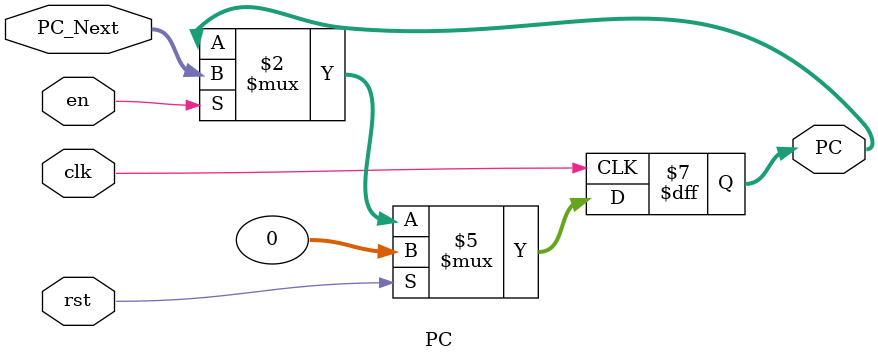
<source format=v>
module PC(
input clk, rst, 
input en,
input [31:0] PC_Next,
output reg [31:0] PC
    );
    
    always@(posedge clk)
    begin 
    if(rst)
    PC <= 32'h00000000; 
    else if (en)
    PC <= PC_Next;
    end 
    
endmodule

</source>
